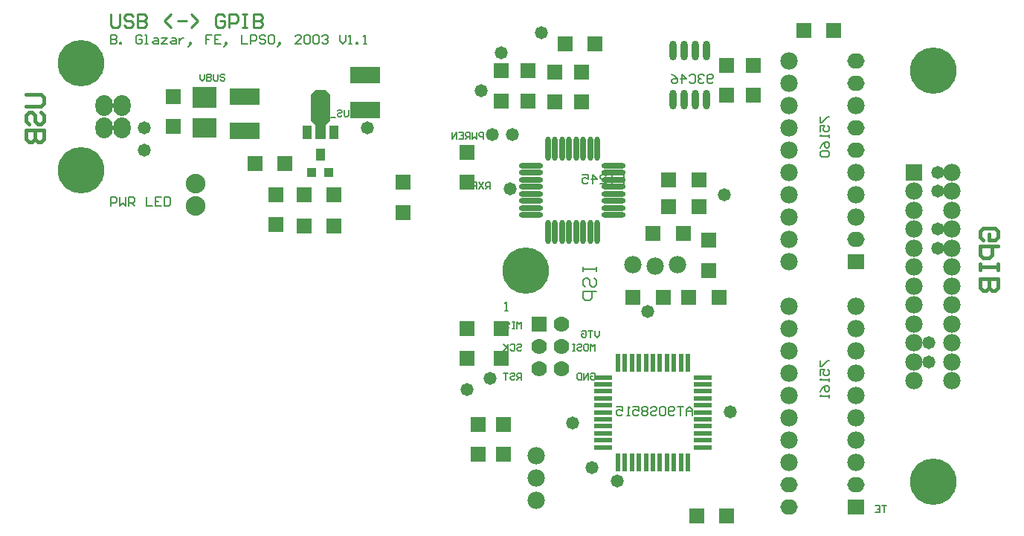
<source format=gts>
%FSLAX25Y25*%
%MOIN*%
G70*
G01*
G75*
G04 Layer_Color=8388736*
%ADD10C,0.01200*%
%ADD11R,0.06000X0.06000*%
%ADD12R,0.06000X0.06000*%
%ADD13R,0.01600X0.07500*%
%ADD14R,0.07500X0.01600*%
%ADD15O,0.01600X0.10000*%
%ADD16O,0.10000X0.01600*%
%ADD17R,0.13000X0.07000*%
%ADD18O,0.02400X0.08000*%
%ADD19R,0.03600X0.05000*%
%ADD20R,0.03600X0.03600*%
%ADD21R,0.10000X0.08000*%
%ADD22R,0.10000X0.09000*%
%ADD23R,0.03150X0.05512*%
G04:AMPARAMS|DCode=24|XSize=78.74mil|YSize=149.61mil|CornerRadius=0mil|HoleSize=0mil|Usage=FLASHONLY|Rotation=0.000|XOffset=0mil|YOffset=0mil|HoleType=Round|Shape=Octagon|*
%AMOCTAGOND24*
4,1,8,-0.01969,0.07480,0.01969,0.07480,0.03937,0.05512,0.03937,-0.05512,0.01969,-0.07480,-0.01969,-0.07480,-0.03937,-0.05512,-0.03937,0.05512,-0.01969,0.07480,0.0*
%
%ADD24OCTAGOND24*%

%ADD25R,0.03937X0.07299*%
%ADD26C,0.02800*%
%ADD27C,0.01600*%
%ADD28C,0.02400*%
%ADD29C,0.01400*%
%ADD30C,0.01000*%
%ADD31C,0.00800*%
%ADD32O,0.07000X0.06000*%
%ADD33C,0.07000*%
%ADD34C,0.20000*%
%ADD35R,0.07000X0.06000*%
%ADD36O,0.07000X0.08500*%
%ADD37C,0.06200*%
%ADD38R,0.06200X0.06200*%
%ADD39R,0.07000X0.07000*%
%ADD40C,0.08000*%
%ADD41C,0.05000*%
%ADD42C,0.00787*%
%ADD43R,0.06800X0.06800*%
%ADD44R,0.06800X0.06800*%
%ADD45R,0.02400X0.08300*%
%ADD46R,0.08300X0.02400*%
%ADD47O,0.02400X0.10800*%
%ADD48O,0.10800X0.02400*%
%ADD49R,0.13800X0.07800*%
%ADD50O,0.03200X0.08800*%
%ADD51R,0.04400X0.05800*%
%ADD52R,0.04400X0.04400*%
%ADD53R,0.10800X0.08800*%
%ADD54R,0.10800X0.09800*%
%ADD55R,0.03950X0.06312*%
G04:AMPARAMS|DCode=56|XSize=86.74mil|YSize=157.61mil|CornerRadius=0mil|HoleSize=0mil|Usage=FLASHONLY|Rotation=0.000|XOffset=0mil|YOffset=0mil|HoleType=Round|Shape=Octagon|*
%AMOCTAGOND56*
4,1,8,-0.02169,0.07880,0.02169,0.07880,0.04337,0.05712,0.04337,-0.05712,0.02169,-0.07880,-0.02169,-0.07880,-0.04337,-0.05712,-0.04337,0.05712,-0.02169,0.07880,0.0*
%
%ADD56OCTAGOND56*%

%ADD57R,0.04737X0.08099*%
%ADD58O,0.07800X0.06800*%
%ADD59C,0.07800*%
%ADD60C,0.20800*%
%ADD61R,0.07800X0.06800*%
%ADD62O,0.07800X0.09300*%
%ADD63R,0.07800X0.07800*%
%ADD64C,0.08800*%
%ADD65C,0.05800*%
D27*
X3022003Y545000D02*
X3028667D01*
X3030000Y543667D01*
Y541001D01*
X3028667Y539668D01*
X3022003D01*
X3023335Y531671D02*
X3022003Y533004D01*
Y535670D01*
X3023335Y537003D01*
X3024668D01*
X3026001Y535670D01*
Y533004D01*
X3027334Y531671D01*
X3028667D01*
X3030000Y533004D01*
Y535670D01*
X3028667Y537003D01*
X3022003Y529005D02*
X3030000D01*
Y525006D01*
X3028667Y523674D01*
X3027334D01*
X3026001Y525006D01*
Y529005D01*
Y525006D01*
X3024668Y523674D01*
X3023335D01*
X3022003Y525006D01*
Y529005D01*
X3450835Y479668D02*
X3449503Y481001D01*
Y483667D01*
X3450835Y485000D01*
X3456167D01*
X3457500Y483667D01*
Y481001D01*
X3456167Y479668D01*
X3453501D01*
Y482334D01*
X3457500Y477003D02*
X3449503D01*
Y473004D01*
X3450835Y471671D01*
X3453501D01*
X3454834Y473004D01*
Y477003D01*
X3449503Y469005D02*
Y466339D01*
Y467672D01*
X3457500D01*
Y469005D01*
Y466339D01*
X3449503Y462341D02*
X3457500D01*
Y458342D01*
X3456167Y457009D01*
X3454834D01*
X3453501Y458342D01*
Y462341D01*
Y458342D01*
X3452168Y457009D01*
X3450835D01*
X3449503Y458342D01*
Y462341D01*
D30*
X3060000Y580998D02*
Y576000D01*
X3061000Y575000D01*
X3062999D01*
X3063999Y576000D01*
Y580998D01*
X3069997Y579998D02*
X3068997Y580998D01*
X3066998D01*
X3065998Y579998D01*
Y578999D01*
X3066998Y577999D01*
X3068997D01*
X3069997Y576999D01*
Y576000D01*
X3068997Y575000D01*
X3066998D01*
X3065998Y576000D01*
X3071996Y580998D02*
Y575000D01*
X3074995D01*
X3075995Y576000D01*
Y576999D01*
X3074995Y577999D01*
X3071996D01*
X3074995D01*
X3075995Y578999D01*
Y579998D01*
X3074995Y580998D01*
X3071996D01*
X3086991Y575000D02*
X3083992Y577999D01*
X3086991Y580998D01*
X3089990Y577999D02*
X3093989D01*
X3095988Y575000D02*
X3098987Y577999D01*
X3095988Y580998D01*
X3110983Y579998D02*
X3109984Y580998D01*
X3107985D01*
X3106985Y579998D01*
Y576000D01*
X3107985Y575000D01*
X3109984D01*
X3110983Y576000D01*
Y577999D01*
X3108984D01*
X3112983Y575000D02*
Y580998D01*
X3115982D01*
X3116982Y579998D01*
Y577999D01*
X3115982Y576999D01*
X3112983D01*
X3118981Y580998D02*
X3120980D01*
X3119981D01*
Y575000D01*
X3118981D01*
X3120980D01*
X3123979Y580998D02*
Y575000D01*
X3126978D01*
X3127978Y576000D01*
Y576999D01*
X3126978Y577999D01*
X3123979D01*
X3126978D01*
X3127978Y578999D01*
Y579998D01*
X3126978Y580998D01*
X3123979D01*
D31*
X3172500Y537999D02*
Y536000D01*
X3171500Y535000D01*
X3170501Y536000D01*
Y537999D01*
X3169501D02*
Y535000D01*
X3168002D01*
X3167502Y535500D01*
Y536000D01*
X3168002Y536500D01*
X3169501D01*
X3168002D01*
X3167502Y536999D01*
Y537499D01*
X3168002Y537999D01*
X3169501D01*
X3166502D02*
Y535500D01*
X3166002Y535000D01*
X3165002D01*
X3164503Y535500D01*
Y537999D01*
X3161504Y537499D02*
X3162003Y537999D01*
X3163003D01*
X3163503Y537499D01*
Y536999D01*
X3163003Y536500D01*
X3162003D01*
X3161504Y536000D01*
Y535500D01*
X3162003Y535000D01*
X3163003D01*
X3163503Y535500D01*
X3160504Y534500D02*
X3158504D01*
X3155506Y537499D02*
X3156005Y537999D01*
X3157005D01*
X3157505Y537499D01*
Y536999D01*
X3157005Y536500D01*
X3156005D01*
X3155506Y536000D01*
Y535500D01*
X3156005Y535000D01*
X3157005D01*
X3157505Y535500D01*
X3154506Y537999D02*
Y535000D01*
X3153506Y536000D01*
X3152506Y535000D01*
Y537999D01*
X3230000Y502500D02*
Y505499D01*
X3228500D01*
X3228001Y504999D01*
Y504000D01*
X3228500Y503500D01*
X3230000D01*
X3229000D02*
X3228001Y502500D01*
X3227001Y505499D02*
X3225002Y502500D01*
Y505499D02*
X3227001Y502500D01*
X3222002Y505499D02*
X3224002D01*
Y504000D01*
X3223002D01*
X3224002D01*
Y502500D01*
X3220503D02*
Y505499D01*
X3219503D02*
Y502500D01*
X3221003Y504499D02*
X3219503D01*
X3219004D01*
X3221003Y503500D02*
X3219004D01*
X3227000Y525000D02*
Y527999D01*
X3225500D01*
X3225001Y527499D01*
Y526500D01*
X3225500Y526000D01*
X3227000D01*
X3224001Y527999D02*
Y525000D01*
X3223001Y526000D01*
X3222002Y525000D01*
Y527999D01*
X3221002Y525000D02*
Y527999D01*
X3219502D01*
X3219003Y527499D01*
Y526500D01*
X3219502Y526000D01*
X3221002D01*
X3220002D02*
X3219003Y525000D01*
X3216003Y527999D02*
X3218003D01*
Y525000D01*
X3216003D01*
X3218003Y526500D02*
X3217003D01*
X3215004Y525000D02*
Y527999D01*
X3213005Y525000D01*
Y527999D01*
X3330000Y550666D02*
X3329333Y550000D01*
X3328001D01*
X3327334Y550666D01*
Y553332D01*
X3328001Y553999D01*
X3329333D01*
X3330000Y553332D01*
Y552666D01*
X3329333Y551999D01*
X3327334D01*
X3326001Y553332D02*
X3325335Y553999D01*
X3324002D01*
X3323336Y553332D01*
Y552666D01*
X3324002Y551999D01*
X3324669D01*
X3324002D01*
X3323336Y551333D01*
Y550666D01*
X3324002Y550000D01*
X3325335D01*
X3326001Y550666D01*
X3319337Y553332D02*
X3320003Y553999D01*
X3321336D01*
X3322002Y553332D01*
Y550666D01*
X3321336Y550000D01*
X3320003D01*
X3319337Y550666D01*
X3316005Y550000D02*
Y553999D01*
X3318004Y551999D01*
X3315338D01*
X3311340Y553999D02*
X3312672Y553332D01*
X3314005Y551999D01*
Y550666D01*
X3313339Y550000D01*
X3312006D01*
X3311340Y550666D01*
Y551333D01*
X3312006Y551999D01*
X3314005D01*
X3407500Y360499D02*
X3405501D01*
X3406500D01*
Y357500D01*
X3402502Y360499D02*
X3404501D01*
Y357500D01*
X3402502D01*
X3404501Y358999D02*
X3403501D01*
X3287334Y508999D02*
X3290000D01*
Y506999D01*
X3288667D01*
X3290000D01*
Y505000D01*
X3286001Y508999D02*
X3283335D01*
X3284668D01*
Y505000D01*
X3279337D02*
X3282003D01*
X3279337Y507666D01*
Y508332D01*
X3280003Y508999D01*
X3281336D01*
X3282003Y508332D01*
X3276004Y505000D02*
Y508999D01*
X3278004Y506999D01*
X3275338D01*
X3271339Y508999D02*
X3274005D01*
Y506999D01*
X3272672Y507666D01*
X3272006D01*
X3271339Y506999D01*
Y505666D01*
X3272006Y505000D01*
X3273339D01*
X3274005Y505666D01*
X3279000Y438999D02*
Y437000D01*
X3278000Y436000D01*
X3277001Y437000D01*
Y438999D01*
X3276001D02*
X3274002D01*
X3275001D01*
Y436000D01*
X3271003Y438499D02*
X3271502Y438999D01*
X3272502D01*
X3273002Y438499D01*
Y436500D01*
X3272502Y436000D01*
X3271502D01*
X3271003Y436500D01*
Y437500D01*
X3272002D01*
X3277000Y430000D02*
Y432999D01*
X3276000Y431999D01*
X3275001Y432999D01*
Y430000D01*
X3272501Y432999D02*
X3273501D01*
X3274001Y432499D01*
Y430500D01*
X3273501Y430000D01*
X3272501D01*
X3272002Y430500D01*
Y432499D01*
X3272501Y432999D01*
X3269003Y432499D02*
X3269502Y432999D01*
X3270502D01*
X3271002Y432499D01*
Y431999D01*
X3270502Y431499D01*
X3269502D01*
X3269003Y431000D01*
Y430500D01*
X3269502Y430000D01*
X3270502D01*
X3271002Y430500D01*
X3268003Y432999D02*
X3267003D01*
X3267503D01*
Y430000D01*
X3268003D01*
X3267003D01*
X3275001Y419499D02*
X3275500Y419999D01*
X3276500D01*
X3277000Y419499D01*
Y417500D01*
X3276500Y417000D01*
X3275500D01*
X3275001Y417500D01*
Y418500D01*
X3276000D01*
X3274001Y417000D02*
Y419999D01*
X3272002Y417000D01*
Y419999D01*
X3271002D02*
Y417000D01*
X3269502D01*
X3269003Y417500D01*
Y419499D01*
X3269502Y419999D01*
X3271002D01*
X3244000Y440000D02*
Y442999D01*
X3243000Y441999D01*
X3242001Y442999D01*
Y440000D01*
X3241001Y442999D02*
X3240001D01*
X3240501D01*
Y440000D01*
X3241001D01*
X3240001D01*
X3236502Y442499D02*
X3237002Y442999D01*
X3238002D01*
X3238502Y442499D01*
Y441999D01*
X3238002Y441500D01*
X3237002D01*
X3236502Y441000D01*
Y440500D01*
X3237002Y440000D01*
X3238002D01*
X3238502Y440500D01*
X3234003Y442999D02*
X3235003D01*
X3235503Y442499D01*
Y440500D01*
X3235003Y440000D01*
X3234003D01*
X3233503Y440500D01*
Y442499D01*
X3234003Y442999D01*
X3242001Y432499D02*
X3242501Y432999D01*
X3243500D01*
X3244000Y432499D01*
Y431999D01*
X3243500Y431499D01*
X3242501D01*
X3242001Y431000D01*
Y430500D01*
X3242501Y430000D01*
X3243500D01*
X3244000Y430500D01*
X3239001Y432499D02*
X3239502Y432999D01*
X3240501D01*
X3241001Y432499D01*
Y430500D01*
X3240501Y430000D01*
X3239502D01*
X3239001Y430500D01*
X3238002Y432999D02*
Y430000D01*
Y431000D01*
X3236003Y432999D01*
X3237502Y431499D01*
X3236003Y430000D01*
X3244000Y417000D02*
Y419999D01*
X3242501D01*
X3242001Y419499D01*
Y418500D01*
X3242501Y418000D01*
X3244000D01*
X3243000D02*
X3242001Y417000D01*
X3239001Y419499D02*
X3239502Y419999D01*
X3240501D01*
X3241001Y419499D01*
Y418999D01*
X3240501Y418500D01*
X3239502D01*
X3239001Y418000D01*
Y417500D01*
X3239502Y417000D01*
X3240501D01*
X3241001Y417500D01*
X3238002Y419999D02*
X3236003D01*
X3237002D01*
Y417000D01*
X3271502Y467500D02*
Y465501D01*
Y466500D01*
X3277500D01*
Y467500D01*
Y465501D01*
X3272502Y458503D02*
X3271502Y459503D01*
Y461502D01*
X3272502Y462502D01*
X3273501D01*
X3274501Y461502D01*
Y459503D01*
X3275500Y458503D01*
X3276500D01*
X3277500Y459503D01*
Y461502D01*
X3276500Y462502D01*
X3277500Y456504D02*
X3271502D01*
Y453505D01*
X3272502Y452505D01*
X3274501D01*
X3275500Y453505D01*
Y456504D01*
X3320500Y401000D02*
Y403666D01*
X3319167Y404999D01*
X3317834Y403666D01*
Y401000D01*
Y402999D01*
X3320500D01*
X3316501Y404999D02*
X3313836D01*
X3315168D01*
Y401000D01*
X3312503Y401666D02*
X3311836Y401000D01*
X3310503D01*
X3309837Y401666D01*
Y404332D01*
X3310503Y404999D01*
X3311836D01*
X3312503Y404332D01*
Y403666D01*
X3311836Y402999D01*
X3309837D01*
X3308504Y404332D02*
X3307837Y404999D01*
X3306504D01*
X3305838Y404332D01*
Y401666D01*
X3306504Y401000D01*
X3307837D01*
X3308504Y401666D01*
Y404332D01*
X3301839D02*
X3302506Y404999D01*
X3303839D01*
X3304505Y404332D01*
Y403666D01*
X3303839Y402999D01*
X3302506D01*
X3301839Y402333D01*
Y401666D01*
X3302506Y401000D01*
X3303839D01*
X3304505Y401666D01*
X3300507Y404332D02*
X3299840Y404999D01*
X3298507D01*
X3297840Y404332D01*
Y403666D01*
X3298507Y402999D01*
X3297840Y402333D01*
Y401666D01*
X3298507Y401000D01*
X3299840D01*
X3300507Y401666D01*
Y402333D01*
X3299840Y402999D01*
X3300507Y403666D01*
Y404332D01*
X3299840Y402999D02*
X3298507D01*
X3293842Y404999D02*
X3296508D01*
Y402999D01*
X3295175Y403666D01*
X3294508D01*
X3293842Y402999D01*
Y401666D01*
X3294508Y401000D01*
X3295841D01*
X3296508Y401666D01*
X3292509Y401000D02*
X3291176D01*
X3291843D01*
Y404999D01*
X3292509Y404332D01*
X3286511Y404999D02*
X3289177D01*
Y402999D01*
X3287844Y403666D01*
X3287177D01*
X3286511Y402999D01*
Y401666D01*
X3287177Y401000D01*
X3288510D01*
X3289177Y401666D01*
X3378001Y535000D02*
Y532334D01*
X3378668D01*
X3381334Y535000D01*
X3382000D01*
X3378001Y528336D02*
Y531001D01*
X3380001D01*
X3379334Y529668D01*
Y529002D01*
X3380001Y528336D01*
X3381334D01*
X3382000Y529002D01*
Y530335D01*
X3381334Y531001D01*
X3382000Y527003D02*
Y525670D01*
Y526336D01*
X3378001D01*
X3378668Y527003D01*
X3378001Y521004D02*
X3378668Y522337D01*
X3380001Y523670D01*
X3381334D01*
X3382000Y523004D01*
Y521671D01*
X3381334Y521004D01*
X3380667D01*
X3380001Y521671D01*
Y523670D01*
X3378668Y519672D02*
X3378001Y519005D01*
Y517672D01*
X3378668Y517006D01*
X3381334D01*
X3382000Y517672D01*
Y519005D01*
X3381334Y519672D01*
X3378668D01*
X3378001Y425500D02*
Y422834D01*
X3378668D01*
X3381334Y425500D01*
X3382000D01*
X3378001Y418835D02*
Y421501D01*
X3380001D01*
X3379334Y420168D01*
Y419502D01*
X3380001Y418835D01*
X3381334D01*
X3382000Y419502D01*
Y420835D01*
X3381334Y421501D01*
X3382000Y417503D02*
Y416170D01*
Y416836D01*
X3378001D01*
X3378668Y417503D01*
X3378001Y411505D02*
X3378668Y412837D01*
X3380001Y414170D01*
X3381334D01*
X3382000Y413504D01*
Y412171D01*
X3381334Y411505D01*
X3380667D01*
X3380001Y412171D01*
Y414170D01*
X3382000Y410172D02*
Y408839D01*
Y409505D01*
X3378001D01*
X3378668Y410172D01*
X3236500Y448000D02*
X3237833D01*
X3237166D01*
Y451999D01*
X3236500Y451332D01*
X3100000Y553999D02*
Y552000D01*
X3101000Y551000D01*
X3101999Y552000D01*
Y553999D01*
X3102999D02*
Y551000D01*
X3104498D01*
X3104998Y551500D01*
Y552000D01*
X3104498Y552499D01*
X3102999D01*
X3104498D01*
X3104998Y552999D01*
Y553499D01*
X3104498Y553999D01*
X3102999D01*
X3105998D02*
Y551500D01*
X3106498Y551000D01*
X3107498D01*
X3107997Y551500D01*
Y553999D01*
X3110996Y553499D02*
X3110497Y553999D01*
X3109497D01*
X3108997Y553499D01*
Y552999D01*
X3109497Y552499D01*
X3110497D01*
X3110996Y552000D01*
Y551500D01*
X3110497Y551000D01*
X3109497D01*
X3108997Y551500D01*
X3060000Y495000D02*
Y498999D01*
X3061999D01*
X3062666Y498332D01*
Y496999D01*
X3061999Y496333D01*
X3060000D01*
X3063999Y498999D02*
Y495000D01*
X3065332Y496333D01*
X3066665Y495000D01*
Y498999D01*
X3067997Y495000D02*
Y498999D01*
X3069997D01*
X3070663Y498332D01*
Y496999D01*
X3069997Y496333D01*
X3067997D01*
X3069330D02*
X3070663Y495000D01*
X3075995Y498999D02*
Y495000D01*
X3078661D01*
X3082659Y498999D02*
X3079993D01*
Y495000D01*
X3082659D01*
X3079993Y496999D02*
X3081326D01*
X3083992Y498999D02*
Y495000D01*
X3085992D01*
X3086658Y495666D01*
Y498332D01*
X3085992Y498999D01*
X3083992D01*
X3060000Y571499D02*
Y567500D01*
X3061999D01*
X3062666Y568166D01*
Y568833D01*
X3061999Y569499D01*
X3060000D01*
X3061999D01*
X3062666Y570166D01*
Y570832D01*
X3061999Y571499D01*
X3060000D01*
X3063999Y567500D02*
Y568166D01*
X3064665D01*
Y567500D01*
X3063999D01*
X3073996Y570832D02*
X3073329Y571499D01*
X3071996D01*
X3071330Y570832D01*
Y568166D01*
X3071996Y567500D01*
X3073329D01*
X3073996Y568166D01*
Y569499D01*
X3072663D01*
X3075328Y567500D02*
X3076661D01*
X3075995D01*
Y571499D01*
X3075328D01*
X3079327Y570166D02*
X3080660D01*
X3081326Y569499D01*
Y567500D01*
X3079327D01*
X3078661Y568166D01*
X3079327Y568833D01*
X3081326D01*
X3082659Y570166D02*
X3085325D01*
X3082659Y567500D01*
X3085325D01*
X3087325Y570166D02*
X3088657D01*
X3089324Y569499D01*
Y567500D01*
X3087325D01*
X3086658Y568166D01*
X3087325Y568833D01*
X3089324D01*
X3090657Y570166D02*
Y567500D01*
Y568833D01*
X3091323Y569499D01*
X3091990Y570166D01*
X3092656D01*
X3095322Y566834D02*
X3095988Y567500D01*
Y568166D01*
X3095322D01*
Y567500D01*
X3095988D01*
X3095322Y566834D01*
X3094655Y566167D01*
X3105319Y571499D02*
X3102653D01*
Y569499D01*
X3103986D01*
X3102653D01*
Y567500D01*
X3109317Y571499D02*
X3106652D01*
Y567500D01*
X3109317D01*
X3106652Y569499D02*
X3107985D01*
X3111317Y566834D02*
X3111983Y567500D01*
Y568166D01*
X3111317D01*
Y567500D01*
X3111983D01*
X3111317Y566834D01*
X3110650Y566167D01*
X3118648Y571499D02*
Y567500D01*
X3121314D01*
X3122647D02*
Y571499D01*
X3124646D01*
X3125312Y570832D01*
Y569499D01*
X3124646Y568833D01*
X3122647D01*
X3129311Y570832D02*
X3128645Y571499D01*
X3127312D01*
X3126645Y570832D01*
Y570166D01*
X3127312Y569499D01*
X3128645D01*
X3129311Y568833D01*
Y568166D01*
X3128645Y567500D01*
X3127312D01*
X3126645Y568166D01*
X3132643Y571499D02*
X3131310D01*
X3130644Y570832D01*
Y568166D01*
X3131310Y567500D01*
X3132643D01*
X3133310Y568166D01*
Y570832D01*
X3132643Y571499D01*
X3135309Y566834D02*
X3135975Y567500D01*
Y568166D01*
X3135309D01*
Y567500D01*
X3135975D01*
X3135309Y566834D01*
X3134643Y566167D01*
X3145306Y567500D02*
X3142640D01*
X3145306Y570166D01*
Y570832D01*
X3144639Y571499D01*
X3143307D01*
X3142640Y570832D01*
X3146639D02*
X3147305Y571499D01*
X3148638D01*
X3149305Y570832D01*
Y568166D01*
X3148638Y567500D01*
X3147305D01*
X3146639Y568166D01*
Y570832D01*
X3150637D02*
X3151304Y571499D01*
X3152637D01*
X3153303Y570832D01*
Y568166D01*
X3152637Y567500D01*
X3151304D01*
X3150637Y568166D01*
Y570832D01*
X3154636D02*
X3155303Y571499D01*
X3156635D01*
X3157302Y570832D01*
Y570166D01*
X3156635Y569499D01*
X3155969D01*
X3156635D01*
X3157302Y568833D01*
Y568166D01*
X3156635Y567500D01*
X3155303D01*
X3154636Y568166D01*
X3162634Y571499D02*
Y568833D01*
X3163967Y567500D01*
X3165299Y568833D01*
Y571499D01*
X3166632Y567500D02*
X3167965D01*
X3167299D01*
Y571499D01*
X3166632Y570832D01*
X3169964Y567500D02*
Y568166D01*
X3170631D01*
Y567500D01*
X3169964D01*
X3173297D02*
X3174630D01*
X3173963D01*
Y571499D01*
X3173297Y570832D01*
D33*
X3262000Y422000D02*
D03*
X3252000D02*
D03*
X3262000Y432000D02*
D03*
X3252000D02*
D03*
X3262000Y442000D02*
D03*
D39*
X3252000D02*
D03*
D43*
X3259000Y555000D02*
D03*
X3134000Y500000D02*
D03*
Y486500D02*
D03*
X3224500Y383500D02*
D03*
Y397000D02*
D03*
X3236000Y383500D02*
D03*
Y397000D02*
D03*
X3088000Y544000D02*
D03*
Y530500D02*
D03*
X3235000Y440000D02*
D03*
Y426500D02*
D03*
X3336000Y544500D02*
D03*
Y558000D02*
D03*
X3348000Y544500D02*
D03*
Y558000D02*
D03*
X3328000Y479500D02*
D03*
Y466000D02*
D03*
X3191000Y505500D02*
D03*
Y492000D02*
D03*
X3219500Y505500D02*
D03*
Y519000D02*
D03*
Y440000D02*
D03*
Y426500D02*
D03*
X3259000Y541500D02*
D03*
X3271000D02*
D03*
Y555000D02*
D03*
X3235000Y555500D02*
D03*
Y542000D02*
D03*
X3247000Y555500D02*
D03*
Y542000D02*
D03*
D44*
X3370500Y573500D02*
D03*
X3384000D02*
D03*
X3303000Y482500D02*
D03*
X3316500D02*
D03*
X3336000Y356000D02*
D03*
X3322500D02*
D03*
X3277000Y567500D02*
D03*
X3263500D02*
D03*
X3319000Y454000D02*
D03*
X3332500D02*
D03*
X3310000Y494500D02*
D03*
X3323500D02*
D03*
X3294000Y454000D02*
D03*
X3307500D02*
D03*
X3310000Y506500D02*
D03*
X3323500D02*
D03*
X3160000Y500000D02*
D03*
X3146500D02*
D03*
X3138000Y514000D02*
D03*
X3124500D02*
D03*
X3160000Y486000D02*
D03*
X3146500D02*
D03*
D45*
X3309200Y424700D02*
D03*
X3312300D02*
D03*
X3315500D02*
D03*
X3318600D02*
D03*
Y379900D02*
D03*
X3315500D02*
D03*
X3312300D02*
D03*
X3309200D02*
D03*
X3306000D02*
D03*
X3287200Y424700D02*
D03*
X3290300D02*
D03*
X3293500D02*
D03*
X3296600D02*
D03*
X3299800D02*
D03*
X3302900D02*
D03*
X3306000D02*
D03*
X3302900Y379900D02*
D03*
X3299800D02*
D03*
X3296600D02*
D03*
X3293500D02*
D03*
X3290300D02*
D03*
X3287200D02*
D03*
D46*
X3325400Y418000D02*
D03*
Y414900D02*
D03*
Y411800D02*
D03*
Y408600D02*
D03*
Y405500D02*
D03*
Y392900D02*
D03*
Y389800D02*
D03*
Y386600D02*
D03*
Y402300D02*
D03*
Y399200D02*
D03*
Y396100D02*
D03*
X3280500Y386600D02*
D03*
Y389800D02*
D03*
Y392900D02*
D03*
Y399200D02*
D03*
Y402300D02*
D03*
Y405500D02*
D03*
Y408600D02*
D03*
Y411800D02*
D03*
Y414900D02*
D03*
Y418000D02*
D03*
Y396100D02*
D03*
D47*
X3278000Y520500D02*
D03*
X3274900D02*
D03*
X3271700D02*
D03*
X3262300D02*
D03*
X3259100D02*
D03*
X3256000D02*
D03*
Y483300D02*
D03*
X3259100D02*
D03*
X3262300D02*
D03*
X3265400D02*
D03*
X3268600D02*
D03*
X3271700D02*
D03*
X3274900D02*
D03*
X3278000D02*
D03*
X3268600Y520500D02*
D03*
X3265400D02*
D03*
D48*
X3248400Y512900D02*
D03*
Y506600D02*
D03*
Y503600D02*
D03*
Y500300D02*
D03*
Y497200D02*
D03*
Y494000D02*
D03*
Y490900D02*
D03*
X3285400D02*
D03*
Y494000D02*
D03*
Y497200D02*
D03*
Y500300D02*
D03*
Y503600D02*
D03*
Y506600D02*
D03*
Y512900D02*
D03*
X3248400Y509800D02*
D03*
X3285400D02*
D03*
D49*
X3174000Y553500D02*
D03*
Y538000D02*
D03*
X3120000Y544000D02*
D03*
Y528500D02*
D03*
D50*
X3312000Y542500D02*
D03*
X3317000D02*
D03*
X3322000D02*
D03*
X3327000D02*
D03*
Y564500D02*
D03*
X3322000D02*
D03*
X3317000D02*
D03*
X3312000D02*
D03*
D51*
X3153800Y518000D02*
D03*
D52*
X3157500Y510000D02*
D03*
X3150000D02*
D03*
D53*
X3102000Y530000D02*
D03*
D54*
Y543500D02*
D03*
D55*
X3159811Y528000D02*
D03*
X3148000D02*
D03*
D56*
X3153905Y539024D02*
D03*
D57*
Y528894D02*
D03*
D58*
X3364000Y370000D02*
D03*
X3394000Y480000D02*
D03*
Y520000D02*
D03*
Y530000D02*
D03*
Y550000D02*
D03*
Y560000D02*
D03*
X3364000Y360000D02*
D03*
X3394000Y370000D02*
D03*
D59*
X3364000Y380000D02*
D03*
Y390000D02*
D03*
Y400000D02*
D03*
Y410000D02*
D03*
Y420000D02*
D03*
Y430000D02*
D03*
Y440000D02*
D03*
Y480000D02*
D03*
Y490000D02*
D03*
Y500000D02*
D03*
Y510000D02*
D03*
Y520000D02*
D03*
Y530000D02*
D03*
Y540000D02*
D03*
Y550000D02*
D03*
Y560000D02*
D03*
X3304000Y468000D02*
D03*
X3250500Y373000D02*
D03*
X3394000Y490000D02*
D03*
Y500000D02*
D03*
Y510000D02*
D03*
Y540000D02*
D03*
X3364000Y470000D02*
D03*
X3250500Y383000D02*
D03*
Y363000D02*
D03*
X3314000Y468500D02*
D03*
X3294000D02*
D03*
X3437000Y416500D02*
D03*
Y425000D02*
D03*
Y433500D02*
D03*
Y442000D02*
D03*
Y450500D02*
D03*
Y459000D02*
D03*
Y467500D02*
D03*
Y476000D02*
D03*
Y484500D02*
D03*
Y493000D02*
D03*
Y501500D02*
D03*
Y510000D02*
D03*
X3420000Y416500D02*
D03*
Y425000D02*
D03*
Y433500D02*
D03*
Y442000D02*
D03*
Y450500D02*
D03*
Y459000D02*
D03*
Y467500D02*
D03*
Y476000D02*
D03*
Y484500D02*
D03*
Y493000D02*
D03*
Y501500D02*
D03*
X3364000Y450000D02*
D03*
X3394000D02*
D03*
Y440000D02*
D03*
Y430000D02*
D03*
Y420000D02*
D03*
Y410000D02*
D03*
Y400000D02*
D03*
Y390000D02*
D03*
Y380000D02*
D03*
D60*
X3246000Y466000D02*
D03*
X3046500Y511000D02*
D03*
Y559000D02*
D03*
X3428500Y371083D02*
D03*
Y555417D02*
D03*
D61*
X3394000Y470000D02*
D03*
Y360000D02*
D03*
D62*
X3057000Y530000D02*
D03*
Y540000D02*
D03*
X3065000D02*
D03*
Y530000D02*
D03*
D63*
X3420000Y510000D02*
D03*
D64*
X3098000Y505000D02*
D03*
Y495000D02*
D03*
D65*
X3337500Y402500D02*
D03*
X3426500Y433500D02*
D03*
X3430500Y476000D02*
D03*
Y484500D02*
D03*
Y510000D02*
D03*
Y501500D02*
D03*
X3287000Y371500D02*
D03*
X3226000Y546500D02*
D03*
X3335000Y500000D02*
D03*
X3275500Y377500D02*
D03*
X3267000Y397500D02*
D03*
X3235000Y563500D02*
D03*
X3300500Y447500D02*
D03*
X3230000Y417500D02*
D03*
X3238900Y502500D02*
D03*
X3219500Y412500D02*
D03*
X3253000Y572500D02*
D03*
X3175000Y530000D02*
D03*
X3240000Y527000D02*
D03*
X3075000Y530000D02*
D03*
Y520000D02*
D03*
X3426500Y425000D02*
D03*
X3231000Y527000D02*
D03*
M02*

</source>
